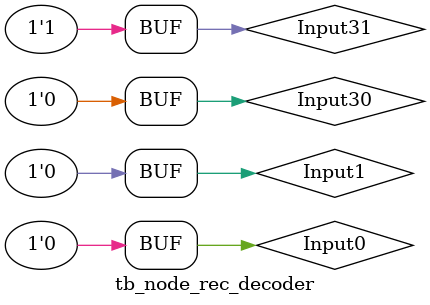
<source format=v>
`resetall
`timescale 1ns/10ps
module tb_node_rec_decoder ;
   // Internal Declarations
   // Inputs
   reg Input9; 
   reg Input18; 
   reg Input19; 
   reg Input20; 
   reg Input21; 
   reg Input22; 
   reg Input23; 
   reg Input24; 
   reg Input4; 
   reg Input5; 
   reg Input6; 
   reg Input7; 
   reg Input8; 
   reg Input10; 
   reg Input11; 
   reg Input12; 
   reg Input13; 
   reg Input14; 
   reg Input15; 
   reg Input16; 
   reg Input17; 
   reg Input0; 
   reg Input1; 
   reg Input2; 
   reg Input3; 
   reg Input26; 
   reg Input27; 
   reg Input28; 
   reg Input29; 
   reg Input30; 
   reg Input31; 
   reg Input25;
   // Outputs
   wire output_bus_sig;
   wire  [31:0]   output_bus;
  
  dec32_Nbit uut (
      .output_bus(output_bus),
      .output_bus_sig(output_bus_sig),
      .Input0(Input0), 
      .Input1(Input1), 
      .Input2(Input2), 
      .Input3(Input3), 
      .Input4(Input4), 
      .Input5(Input5), 
      .Input6(Input6), 
      .Input7(Input7),
      .Input8(Input8), 
      .Input9(Input9), 
      .Input10(Input10), 
      .Input11(Input11),
      .Input12(Input12), 
      .Input13(Input13), 
      .Input14(Input14), 
      .Input15(Input15), 
      .Input16(Input16), 
      .Input17(Input17),
      .Input18(Input18), 
      .Input19(Input19), 
      .Input20(Input20),
      .Input21(Input21), 
      .Input22(Input22), 
      .Input23(Input23), 
      .Input24(Input24), 
      .Input25(Input25), 
      .Input26(Input26), 
      .Input27(Input27),
      .Input28(Input28), 
      .Input29(Input29),               
      .Input30(Input30), 
      .Input31(Input31)
        
      );
  
  initial begin
    $monitor("TIME = %g Input0 = %b Input1 = %b Input30 = %b Input31 = %b Input0 = %b Input1 = %b Input30 = %b Input31 = %b ",
    $time,Input0, Input1,Input30,Input31, output_bus[0],output_bus[1],output_bus[30],output_bus[31]);
    
    Input0 = 1; #10;
    Input0 = 0;
    Input1 = 1; #10;
    Input1 = 0;
    Input30 = 1; #10;
    Input30 = 0;
    Input31 = 1; #10;  
  end 

endmodule

</source>
